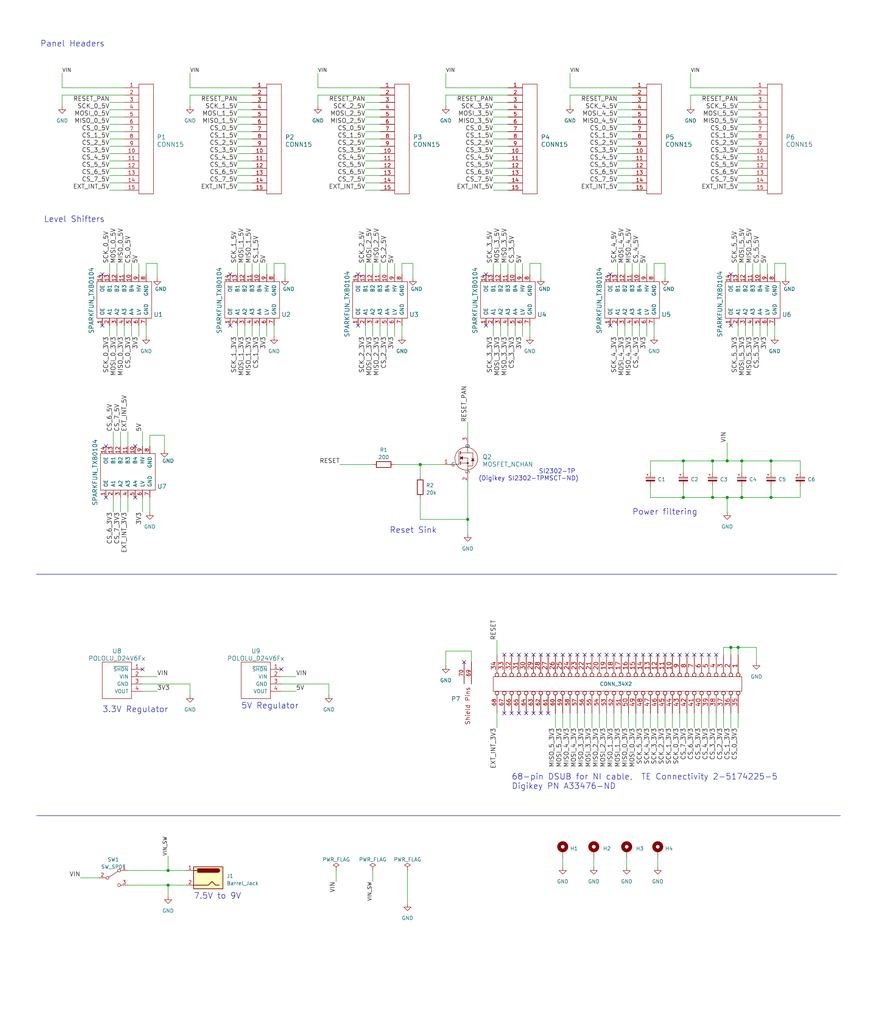
<source format=kicad_sch>
(kicad_sch (version 20230121) (generator eeschema)
  (paper "User" 304.8 355.6)
  (title_block (title "G4 Test Arena National Instruments Connector") (date "07/14/2023") (rev "v0.1") (company "IORodeo"))
  (junction (at 267.97 160.02))
  (junction (at 256.54 224.79))
  (junction (at 252.73 160.02))
  (junction (at 237.49 172.72))
  (junction (at 247.65 160.02))
  (junction (at 146.05 161.29))
  (junction (at 267.97 172.72))
  (junction (at 237.49 160.02))
  (junction (at 257.81 172.72))
  (junction (at 257.81 160.02))
  (junction (at 252.73 172.72))
  (junction (at 254 224.79))
  (junction (at 58.42 302.26))
  (junction (at 58.42 307.34))
  (junction (at 247.65 172.72))
  (junction (at 162.56 180.34))
  (no_connect (at 49.53 232.41))
  (no_connect (at 246.38 227.33))
  (no_connect (at 193.04 227.33))
  (no_connect (at 46.99 172.72))
  (no_connect (at 46.99 154.94))
  (no_connect (at 36.83 172.72))
  (no_connect (at 182.88 247.65))
  (no_connect (at 231.14 227.33))
  (no_connect (at 187.96 247.65))
  (no_connect (at 190.5 247.65))
  (no_connect (at 185.42 247.65))
  (no_connect (at 175.26 227.33))
  (no_connect (at 226.06 227.33))
  (no_connect (at 203.2 227.33))
  (no_connect (at 228.6 227.33))
  (no_connect (at 187.96 227.33))
  (no_connect (at 205.74 227.33))
  (no_connect (at 35.56 113.03))
  (no_connect (at 168.91 113.03))
  (no_connect (at 198.12 227.33))
  (no_connect (at 177.8 247.65))
  (no_connect (at 233.68 227.33))
  (no_connect (at 185.42 227.33))
  (no_connect (at 124.46 113.03))
  (no_connect (at 254 95.25))
  (no_connect (at 248.92 227.33))
  (no_connect (at 80.01 95.25))
  (no_connect (at 212.09 113.03))
  (no_connect (at 218.44 227.33))
  (no_connect (at 168.91 95.25))
  (no_connect (at 180.34 247.65))
  (no_connect (at 80.01 113.03))
  (no_connect (at 243.84 227.33))
  (no_connect (at 180.34 227.33))
  (no_connect (at 177.8 227.33))
  (no_connect (at 210.82 227.33))
  (no_connect (at 175.26 247.65))
  (no_connect (at 215.9 227.33))
  (no_connect (at 190.5 227.33))
  (no_connect (at 213.36 227.33))
  (no_connect (at 200.66 227.33))
  (no_connect (at 236.22 227.33))
  (no_connect (at 223.52 227.33))
  (no_connect (at 254 113.03))
  (no_connect (at 212.09 95.25))
  (no_connect (at 208.28 227.33))
  (no_connect (at 124.46 95.25))
  (no_connect (at 195.58 227.33))
  (no_connect (at 241.3 227.33))
  (no_connect (at 35.56 95.25))
  (no_connect (at 220.98 227.33))
  (no_connect (at 238.76 227.33))
  (no_connect (at 182.88 227.33))
  (no_connect (at 36.83 154.94))
  (no_connect (at 97.79 232.41))
  (no_connect (at 161.29 229.87))
  (wire (pts (xy 82.55 113.03) (xy 82.55 116.84)))
  (wire (pts (xy 66.04 33.02) (xy 87.63 33.02)))
  (wire (pts (xy 257.81 160.02) (xy 257.81 163.83)))
  (polyline (pts (xy 12.7 199.39) (xy 290.83 199.39)))
  (wire (pts (xy 261.62 50.8) (xy 256.54 50.8)))
  (wire (pts (xy 227.33 113.03) (xy 227.33 116.84)))
  (wire (pts (xy 49.53 234.95) (xy 54.61 234.95)))
  (wire (pts (xy 198.12 247.65) (xy 198.12 252.73)))
  (wire (pts (xy 50.8 91.44) (xy 54.61 91.44)))
  (wire (pts (xy 43.18 40.64) (xy 38.1 40.64)))
  (wire (pts (xy 203.2 247.65) (xy 203.2 252.73)))
  (wire (pts (xy 252.73 172.72) (xy 252.73 177.8)))
  (wire (pts (xy 95.25 91.44) (xy 99.06 91.44)))
  (wire (pts (xy 210.82 247.65) (xy 210.82 252.73)))
  (wire (pts (xy 224.79 113.03) (xy 224.79 116.84)))
  (wire (pts (xy 261.62 60.96) (xy 256.54 60.96)))
  (wire (pts (xy 87.63 38.1) (xy 82.55 38.1)))
  (wire (pts (xy 219.71 53.34) (xy 214.63 53.34)))
  (wire (pts (xy 154.94 33.02) (xy 176.53 33.02)))
  (wire (pts (xy 132.08 55.88) (xy 127 55.88)))
  (wire (pts (xy 49.53 240.03) (xy 54.61 240.03)))
  (wire (pts (xy 87.63 43.18) (xy 82.55 43.18)))
  (wire (pts (xy 87.63 50.8) (xy 82.55 50.8)))
  (wire (pts (xy 219.71 45.72) (xy 214.63 45.72)))
  (wire (pts (xy 261.62 38.1) (xy 256.54 38.1)))
  (wire (pts (xy 219.71 55.88) (xy 214.63 55.88)))
  (wire (pts (xy 261.62 43.18) (xy 256.54 43.18)))
  (wire (pts (xy 40.64 113.03) (xy 40.64 116.84)))
  (wire (pts (xy 240.03 33.02) (xy 240.03 36.83)))
  (wire (pts (xy 226.06 160.02) (xy 237.49 160.02)))
  (wire (pts (xy 267.97 160.02) (xy 267.97 163.83)))
  (wire (pts (xy 219.71 58.42) (xy 214.63 58.42)))
  (wire (pts (xy 95.25 91.44) (xy 95.25 95.25)))
  (wire (pts (xy 43.18 66.04) (xy 38.1 66.04)))
  (wire (pts (xy 43.18 45.72) (xy 38.1 45.72)))
  (wire (pts (xy 264.16 95.25) (xy 264.16 91.44)))
  (wire (pts (xy 87.63 58.42) (xy 82.55 58.42)))
  (wire (pts (xy 38.1 113.03) (xy 38.1 116.84)))
  (wire (pts (xy 241.3 247.65) (xy 241.3 252.73)))
  (wire (pts (xy 213.36 247.65) (xy 213.36 252.73)))
  (wire (pts (xy 146.05 180.34) (xy 162.56 180.34)))
  (wire (pts (xy 21.59 25.4) (xy 21.59 30.48)))
  (wire (pts (xy 132.08 48.26) (xy 127 48.26)))
  (wire (pts (xy 176.53 113.03) (xy 176.53 116.84)))
  (wire (pts (xy 219.71 35.56) (xy 214.63 35.56)))
  (wire (pts (xy 137.16 95.25) (xy 137.16 91.44)))
  (wire (pts (xy 240.03 30.48) (xy 261.62 30.48)))
  (wire (pts (xy 176.53 50.8) (xy 171.45 50.8)))
  (wire (pts (xy 139.7 113.03) (xy 139.7 116.84)))
  (wire (pts (xy 43.18 38.1) (xy 38.1 38.1)))
  (wire (pts (xy 198.12 33.02) (xy 198.12 36.83)))
  (wire (pts (xy 97.79 237.49) (xy 114.3 237.49)))
  (wire (pts (xy 87.63 60.96) (xy 82.55 60.96)))
  (wire (pts (xy 261.62 58.42) (xy 256.54 58.42)))
  (wire (pts (xy 97.79 234.95) (xy 102.87 234.95)))
  (wire (pts (xy 154.94 226.06) (xy 154.94 231.14)))
  (wire (pts (xy 261.62 113.03) (xy 261.62 116.84)))
  (wire (pts (xy 176.53 55.88) (xy 171.45 55.88)))
  (wire (pts (xy 66.04 33.02) (xy 66.04 36.83)))
  (wire (pts (xy 43.18 53.34) (xy 38.1 53.34)))
  (wire (pts (xy 257.81 172.72) (xy 267.97 172.72)))
  (wire (pts (xy 237.49 160.02) (xy 247.65 160.02)))
  (wire (pts (xy 266.7 95.25) (xy 266.7 91.44)))
  (wire (pts (xy 256.54 224.79) (xy 256.54 227.33)))
  (wire (pts (xy 43.18 50.8) (xy 38.1 50.8)))
  (wire (pts (xy 127 113.03) (xy 127 116.84)))
  (wire (pts (xy 256.54 224.79) (xy 262.89 224.79)))
  (wire (pts (xy 172.72 227.33) (xy 172.72 222.25)))
  (wire (pts (xy 82.55 95.25) (xy 82.55 91.44)))
  (wire (pts (xy 97.79 240.03) (xy 102.87 240.03)))
  (wire (pts (xy 233.68 247.65) (xy 233.68 252.73)))
  (wire (pts (xy 132.08 53.34) (xy 127 53.34)))
  (wire (pts (xy 43.18 60.96) (xy 38.1 60.96)))
  (wire (pts (xy 21.59 30.48) (xy 43.18 30.48)))
  (wire (pts (xy 208.28 247.65) (xy 208.28 252.73)))
  (wire (pts (xy 217.805 297.815) (xy 217.805 300.99)))
  (wire (pts (xy 129.54 95.25) (xy 129.54 91.44)))
  (wire (pts (xy 195.58 297.815) (xy 195.58 300.99)))
  (wire (pts (xy 205.74 247.65) (xy 205.74 252.73)))
  (wire (pts (xy 49.53 172.72) (xy 49.53 177.8)))
  (wire (pts (xy 110.49 25.4) (xy 110.49 30.48)))
  (wire (pts (xy 173.99 113.03) (xy 173.99 116.84)))
  (wire (pts (xy 110.49 30.48) (xy 132.08 30.48)))
  (wire (pts (xy 90.17 113.03) (xy 90.17 116.84)))
  (wire (pts (xy 226.06 247.65) (xy 226.06 252.73)))
  (wire (pts (xy 43.18 35.56) (xy 38.1 35.56)))
  (wire (pts (xy 43.18 48.26) (xy 38.1 48.26)))
  (wire (pts (xy 262.89 224.79) (xy 262.89 229.87)))
  (wire (pts (xy 218.44 247.65) (xy 218.44 252.73)))
  (wire (pts (xy 57.15 151.13) (xy 57.15 156.21)))
  (wire (pts (xy 256.54 113.03) (xy 256.54 116.84)))
  (wire (pts (xy 247.65 160.02) (xy 247.65 163.83)))
  (wire (pts (xy 66.04 30.48) (xy 87.63 30.48)))
  (wire (pts (xy 254 247.65) (xy 254 252.73)))
  (wire (pts (xy 254 224.79) (xy 254 227.33)))
  (wire (pts (xy 43.18 63.5) (xy 38.1 63.5)))
  (wire (pts (xy 198.12 25.4) (xy 198.12 30.48)))
  (wire (pts (xy 85.09 113.03) (xy 85.09 116.84)))
  (wire (pts (xy 257.81 160.02) (xy 267.97 160.02)))
  (wire (pts (xy 176.53 95.25) (xy 176.53 91.44)))
  (wire (pts (xy 264.16 113.03) (xy 264.16 116.84)))
  (wire (pts (xy 179.07 95.25) (xy 179.07 91.44)))
  (wire (pts (xy 193.04 247.65) (xy 193.04 252.73)))
  (wire (pts (xy 137.16 113.03) (xy 137.16 116.84)))
  (wire (pts (xy 66.04 25.4) (xy 66.04 30.48)))
  (wire (pts (xy 176.53 48.26) (xy 171.45 48.26)))
  (wire (pts (xy 223.52 247.65) (xy 223.52 252.73)))
  (wire (pts (xy 87.63 95.25) (xy 87.63 91.44)))
  (wire (pts (xy 226.06 168.91) (xy 226.06 172.72)))
  (wire (pts (xy 181.61 95.25) (xy 181.61 91.44)))
  (wire (pts (xy 267.97 172.72) (xy 267.97 168.91)))
  (wire (pts (xy 219.71 38.1) (xy 214.63 38.1)))
  (wire (pts (xy 44.45 154.94) (xy 44.45 149.86)))
  (wire (pts (xy 141.605 302.26) (xy 141.605 313.69)))
  (wire (pts (xy 251.46 227.33) (xy 251.46 224.79)))
  (wire (pts (xy 171.45 53.34) (xy 176.53 53.34)))
  (wire (pts (xy 87.63 40.64) (xy 82.55 40.64)))
  (wire (pts (xy 269.24 113.03) (xy 269.24 116.84)))
  (wire (pts (xy 247.65 160.02) (xy 252.73 160.02)))
  (wire (pts (xy 95.25 113.03) (xy 95.25 116.84)))
  (wire (pts (xy 248.92 247.65) (xy 248.92 252.73)))
  (wire (pts (xy 132.08 50.8) (xy 127 50.8)))
  (wire (pts (xy 214.63 113.03) (xy 214.63 116.84)))
  (wire (pts (xy 206.375 297.815) (xy 206.375 300.99)))
  (wire (pts (xy 58.42 307.34) (xy 58.42 311.15)))
  (wire (pts (xy 52.07 172.72) (xy 52.07 177.8)))
  (wire (pts (xy 278.13 160.02) (xy 278.13 163.83)))
  (wire (pts (xy 252.73 172.72) (xy 257.81 172.72)))
  (wire (pts (xy 261.62 95.25) (xy 261.62 91.44)))
  (wire (pts (xy 256.54 95.25) (xy 256.54 91.44)))
  (wire (pts (xy 154.94 25.4) (xy 154.94 30.48)))
  (wire (pts (xy 132.08 38.1) (xy 127 38.1)))
  (wire (pts (xy 176.53 38.1) (xy 171.45 38.1)))
  (wire (pts (xy 45.72 113.03) (xy 45.72 116.84)))
  (wire (pts (xy 176.53 35.56) (xy 171.45 35.56)))
  (wire (pts (xy 176.53 40.64) (xy 171.45 40.64)))
  (wire (pts (xy 228.6 247.65) (xy 228.6 252.73)))
  (wire (pts (xy 226.06 163.83) (xy 226.06 160.02)))
  (wire (pts (xy 257.81 172.72) (xy 257.81 168.91)))
  (wire (pts (xy 48.26 113.03) (xy 48.26 116.84)))
  (wire (pts (xy 39.37 172.72) (xy 39.37 177.8)))
  (wire (pts (xy 252.73 153.67) (xy 252.73 160.02)))
  (wire (pts (xy 132.08 66.04) (xy 127 66.04)))
  (wire (pts (xy 261.62 35.56) (xy 256.54 35.56)))
  (wire (pts (xy 50.8 91.44) (xy 50.8 95.25)))
  (wire (pts (xy 173.99 95.25) (xy 173.99 91.44)))
  (wire (pts (xy 21.59 33.02) (xy 21.59 36.83)))
  (wire (pts (xy 231.14 247.65) (xy 231.14 252.73)))
  (wire (pts (xy 132.08 95.25) (xy 132.08 91.44)))
  (wire (pts (xy 278.13 168.91) (xy 278.13 172.72)))
  (wire (pts (xy 228.6 297.815) (xy 228.6 300.99)))
  (wire (pts (xy 171.45 113.03) (xy 171.45 116.84)))
  (wire (pts (xy 261.62 63.5) (xy 256.54 63.5)))
  (wire (pts (xy 118.11 161.29) (xy 129.54 161.29)))
  (wire (pts (xy 132.08 40.64) (xy 127 40.64)))
  (wire (pts (xy 50.8 113.03) (xy 50.8 116.84)))
  (wire (pts (xy 222.25 113.03) (xy 222.25 116.84)))
  (wire (pts (xy 252.73 160.02) (xy 257.81 160.02)))
  (wire (pts (xy 179.07 113.03) (xy 179.07 116.84)))
  (wire (pts (xy 132.08 45.72) (xy 127 45.72)))
  (wire (pts (xy 58.42 307.34) (xy 64.77 307.34)))
  (wire (pts (xy 44.45 302.26) (xy 58.42 302.26)))
  (wire (pts (xy 43.18 55.88) (xy 38.1 55.88)))
  (wire (pts (xy 200.66 247.65) (xy 200.66 252.73)))
  (wire (pts (xy 43.18 43.18) (xy 38.1 43.18)))
  (wire (pts (xy 44.45 172.72) (xy 44.45 177.8)))
  (wire (pts (xy 34.29 304.8) (xy 27.94 304.8)))
  (wire (pts (xy 87.63 63.5) (xy 82.55 63.5)))
  (wire (pts (xy 154.94 30.48) (xy 176.53 30.48)))
  (wire (pts (xy 58.42 302.26) (xy 64.77 302.26)))
  (wire (pts (xy 132.08 113.03) (xy 132.08 116.84)))
  (wire (pts (xy 110.49 33.02) (xy 110.49 36.83)))
  (wire (pts (xy 261.62 45.72) (xy 256.54 45.72)))
  (wire (pts (xy 139.7 91.44) (xy 139.7 95.25)))
  (wire (pts (xy 184.15 91.44) (xy 187.96 91.44)))
  (wire (pts (xy 87.63 53.34) (xy 82.55 53.34)))
  (wire (pts (xy 129.54 302.26) (xy 129.54 306.07)))
  (wire (pts (xy 217.17 113.03) (xy 217.17 116.84)))
  (wire (pts (xy 219.71 40.64) (xy 214.63 40.64)))
  (wire (pts (xy 254 224.79) (xy 256.54 224.79)))
  (wire (pts (xy 261.62 48.26) (xy 256.54 48.26)))
  (wire (pts (xy 256.54 247.65) (xy 256.54 252.73)))
  (wire (pts (xy 92.71 113.03) (xy 92.71 116.84)))
  (wire (pts (xy 226.06 172.72) (xy 237.49 172.72)))
  (wire (pts (xy 176.53 60.96) (xy 171.45 60.96)))
  (wire (pts (xy 246.38 247.65) (xy 246.38 252.73)))
  (wire (pts (xy 251.46 247.65) (xy 251.46 252.73)))
  (wire (pts (xy 243.84 247.65) (xy 243.84 252.73)))
  (wire (pts (xy 219.71 48.26) (xy 214.63 48.26)))
  (wire (pts (xy 176.53 63.5) (xy 171.45 63.5)))
  (wire (pts (xy 219.71 63.5) (xy 214.63 63.5)))
  (wire (pts (xy 198.12 33.02) (xy 219.71 33.02)))
  (wire (pts (xy 184.15 91.44) (xy 184.15 95.25)))
  (wire (pts (xy 261.62 40.64) (xy 256.54 40.64)))
  (wire (pts (xy 85.09 95.25) (xy 85.09 91.44)))
  (wire (pts (xy 41.91 154.94) (xy 41.91 149.86)))
  (wire (pts (xy 219.71 60.96) (xy 214.63 60.96)))
  (wire (pts (xy 215.9 247.65) (xy 215.9 252.73)))
  (wire (pts (xy 87.63 55.88) (xy 82.55 55.88)))
  (wire (pts (xy 116.84 302.26) (xy 116.84 306.07)))
  (wire (pts (xy 181.61 113.03) (xy 181.61 116.84)))
  (wire (pts (xy 134.62 95.25) (xy 134.62 91.44)))
  (wire (pts (xy 195.58 247.65) (xy 195.58 252.73)))
  (wire (pts (xy 219.71 113.03) (xy 219.71 116.84)))
  (wire (pts (xy 220.98 247.65) (xy 220.98 252.73)))
  (wire (pts (xy 49.53 154.94) (xy 49.53 149.86)))
  (wire (pts (xy 58.42 302.26) (xy 58.42 297.18)))
  (wire (pts (xy 163.83 226.06) (xy 163.83 229.87)))
  (polyline (pts (xy 12.7 283.21) (xy 292.1 283.21)))
  (wire (pts (xy 184.15 113.03) (xy 184.15 116.84)))
  (wire (pts (xy 41.91 172.72) (xy 41.91 177.8)))
  (wire (pts (xy 21.59 33.02) (xy 43.18 33.02)))
  (wire (pts (xy 87.63 35.56) (xy 82.55 35.56)))
  (wire (pts (xy 129.54 113.03) (xy 129.54 116.84)))
  (wire (pts (xy 114.3 237.49) (xy 114.3 241.3)))
  (wire (pts (xy 219.71 66.04) (xy 214.63 66.04)))
  (wire (pts (xy 137.16 161.29) (xy 146.05 161.29)))
  (wire (pts (xy 269.24 91.44) (xy 269.24 95.25)))
  (wire (pts (xy 49.53 237.49) (xy 66.04 237.49)))
  (wire (pts (xy 278.13 172.72) (xy 267.97 172.72)))
  (wire (pts (xy 132.08 43.18) (xy 127 43.18)))
  (wire (pts (xy 48.26 95.25) (xy 48.26 91.44)))
  (wire (pts (xy 99.06 91.44) (xy 99.06 96.52)))
  (wire (pts (xy 227.33 91.44) (xy 231.14 91.44)))
  (wire (pts (xy 45.72 95.25) (xy 45.72 91.44)))
  (wire (pts (xy 132.08 63.5) (xy 127 63.5)))
  (wire (pts (xy 219.71 95.25) (xy 219.71 91.44)))
  (wire (pts (xy 162.56 180.34) (xy 162.56 185.42)))
  (wire (pts (xy 261.62 66.04) (xy 256.54 66.04)))
  (wire (pts (xy 224.79 95.25) (xy 224.79 91.44)))
  (wire (pts (xy 187.96 91.44) (xy 187.96 96.52)))
  (wire (pts (xy 90.17 95.25) (xy 90.17 91.44)))
  (wire (pts (xy 176.53 45.72) (xy 171.45 45.72)))
  (wire (pts (xy 54.61 91.44) (xy 54.61 96.52)))
  (wire (pts (xy 176.53 58.42) (xy 171.45 58.42)))
  (wire (pts (xy 266.7 113.03) (xy 266.7 116.84)))
  (wire (pts (xy 134.62 113.03) (xy 134.62 116.84)))
  (wire (pts (xy 240.03 25.4) (xy 240.03 30.48)))
  (wire (pts (xy 237.49 160.02) (xy 237.49 163.83)))
  (wire (pts (xy 52.07 151.13) (xy 57.15 151.13)))
  (wire (pts (xy 43.18 58.42) (xy 38.1 58.42)))
  (wire (pts (xy 261.62 53.34) (xy 256.54 53.34)))
  (wire (pts (xy 231.14 91.44) (xy 231.14 96.52)))
  (wire (pts (xy 222.25 95.25) (xy 222.25 91.44)))
  (wire (pts (xy 171.45 43.18) (xy 176.53 43.18)))
  (wire (pts (xy 251.46 224.79) (xy 254 224.79)))
  (wire (pts (xy 110.49 33.02) (xy 132.08 33.02)))
  (wire (pts (xy 247.65 172.72) (xy 252.73 172.72)))
  (wire (pts (xy 259.08 95.25) (xy 259.08 91.44)))
  (wire (pts (xy 87.63 45.72) (xy 82.55 45.72)))
  (wire (pts (xy 247.65 168.91) (xy 247.65 172.72)))
  (wire (pts (xy 38.1 95.25) (xy 38.1 91.44)))
  (wire (pts (xy 146.05 161.29) (xy 146.05 165.354)))
  (wire (pts (xy 261.62 55.88) (xy 256.54 55.88)))
  (wire (pts (xy 40.64 95.25) (xy 40.64 91.44)))
  (wire (pts (xy 92.71 95.25) (xy 92.71 91.44)))
  (wire (pts (xy 219.71 43.18) (xy 214.63 43.18)))
  (wire (pts (xy 87.63 48.26) (xy 82.55 48.26)))
  (wire (pts (xy 176.53 66.04) (xy 171.45 66.04)))
  (wire (pts (xy 238.76 247.65) (xy 238.76 252.73)))
  (wire (pts (xy 237.49 172.72) (xy 247.65 172.72)))
  (wire (pts (xy 132.08 60.96) (xy 127 60.96)))
  (wire (pts (xy 43.18 113.03) (xy 43.18 116.84)))
  (wire (pts (xy 269.24 91.44) (xy 273.05 91.44)))
  (wire (pts (xy 132.08 58.42) (xy 127 58.42)))
  (wire (pts (xy 259.08 113.03) (xy 259.08 116.84)))
  (wire (pts (xy 87.63 66.04) (xy 82.55 66.04)))
  (wire (pts (xy 139.7 91.44) (xy 143.51 91.44)))
  (wire (pts (xy 198.12 30.48) (xy 219.71 30.48)))
  (wire (pts (xy 154.94 33.02) (xy 154.94 36.83)))
  (wire (pts (xy 39.37 154.94) (xy 39.37 149.86)))
  (wire (pts (xy 171.45 95.25) (xy 171.45 91.44)))
  (wire (pts (xy 43.18 95.25) (xy 43.18 91.44)))
  (wire (pts (xy 217.17 95.25) (xy 217.17 91.44)))
  (wire (pts (xy 219.71 50.8) (xy 214.63 50.8)))
  (wire (pts (xy 146.05 172.974) (xy 146.05 180.34)))
  (wire (pts (xy 214.63 95.25) (xy 214.63 91.44)))
  (wire (pts (xy 154.94 226.06) (xy 163.83 226.06)))
  (wire (pts (xy 146.05 161.29) (xy 154.432 161.29)))
  (wire (pts (xy 240.03 33.02) (xy 261.62 33.02)))
  (wire (pts (xy 172.72 247.65) (xy 172.72 252.73)))
  (wire (pts (xy 127 95.25) (xy 127 91.44)))
  (wire (pts (xy 237.49 172.72) (xy 237.49 168.91)))
  (wire (pts (xy 87.63 113.03) (xy 87.63 116.84)))
  (wire (pts (xy 52.07 154.94) (xy 52.07 151.13)))
  (wire (pts (xy 162.56 166.878) (xy 162.56 180.34)))
  (wire (pts (xy 162.56 151.765) (xy 162.56 146.558)))
  (wire (pts (xy 143.51 91.44) (xy 143.51 96.52)))
  (wire (pts (xy 236.22 247.65) (xy 236.22 252.73)))
  (wire (pts (xy 66.04 237.49) (xy 66.04 241.3)))
  (wire (pts (xy 132.08 35.56) (xy 127 35.56)))
  (wire (pts (xy 44.45 307.34) (xy 58.42 307.34)))
  (wire (pts (xy 273.05 91.44) (xy 273.05 96.52)))
  (wire (pts (xy 267.97 160.02) (xy 278.13 160.02)))
  (wire (pts (xy 227.33 91.44) (xy 227.33 95.25)))
  (text "SI2302-TP \n(Digikey SI2302-TPMSCT-ND)" (at 201.168 167.132 0) (effects (font (size 1.524 1.524)) (justify right bottom)))
  (text "5V Regulator" (at 83.82 246.38 0) (effects (font (size 2.032 2.032)) (justify left bottom)))
  (text "Level Shifters" (at 15.24 77.47 0) (effects (font (size 2.032 2.032)) (justify left bottom)))
  (text "Panel Headers" (at 13.97 16.51 0) (effects (font (size 2.032 2.032)) (justify left bottom)))
  (text "Power filtering\n" (at 219.71 179.07 0) (effects (font (size 2.032 2.032)) (justify left bottom)))
  (text "7.5V to 9V" (at 67.31 312.42 0) (effects (font (size 2.032 2.032)) (justify left bottom)))
  (text "Reset Sink" (at 135.382 185.42 0) (effects (font (size 2.032 2.032)) (justify left bottom)))
  (text "68-pin DSUB for NI cable,  TE Connectivity 2-5174225-5\nDigikey PN A33476-ND" (at 177.8 274.32 0) (effects (font (size 2.032 2.032)) (justify left bottom)))
  (text "3.3V Regulator" (at 35.56 247.65 0) (effects (font (size 2.032 2.032)) (justify left bottom)))
  (label "RESET_PAN" (at 127 35.56 180) (effects (font (size 1.524 1.524))))
  (label "MOSI_0_3V3" (at 220.98 252.73 270) (effects (font (size 1.524 1.524))))
  (label "MOSI_4_3V3" (at 200.66 252.73 270) (effects (font (size 1.524 1.524))))
  (label "CS_5_5V" (at 82.55 58.42 180) (effects (font (size 1.524 1.524))))
  (label "CS_0_5V" (at 256.54 45.72 180) (effects (font (size 1.524 1.524))))
  (label "CS_1_3V3" (at 254 252.73 270) (effects (font (size 1.524 1.524))))
  (label "CS_6_3V3" (at 39.37 177.8 270) (effects (font (size 1.524 1.524))))
  (label "CS_6_5V" (at 256.54 60.96 180) (effects (font (size 1.524 1.524))))
  (label "CS_2_5V" (at 171.45 50.8 180) (effects (font (size 1.524 1.524))))
  (label "SCK_3_3V3" (at 228.6 252.73 270) (effects (font (size 1.524 1.524))))
  (label "CS_2_3V3" (at 134.62 116.84 270) (effects (font (size 1.524 1.524))))
  (label "MISO_4_5V" (at 219.71 91.44 90) (effects (font (size 1.524 1.524))))
  (label "SCK_2_3V3" (at 231.14 252.73 270) (effects (font (size 1.524 1.524))))
  (label "CS_0_5V" (at 127 45.72 180) (effects (font (size 1.524 1.524))))
  (label "CS_3_3V3" (at 179.07 116.84 270) (effects (font (size 1.524 1.524))))
  (label "SCK_1_3V3" (at 82.55 116.84 270) (effects (font (size 1.524 1.524))))
  (label "CS_0_3V3" (at 45.72 116.84 270) (effects (font (size 1.524 1.524))))
  (label "EXT_INT_5V" (at 38.1 66.04 180) (effects (font (size 1.524 1.524))))
  (label "MISO_3_5V" (at 176.53 91.44 90) (effects (font (size 1.524 1.524))))
  (label "MOSI_4_5V" (at 214.63 40.64 180) (effects (font (size 1.524 1.524))))
  (label "MOSI_3_5V" (at 171.45 40.64 180) (effects (font (size 1.524 1.524))))
  (label "MISO_3_5V" (at 171.45 43.18 180) (effects (font (size 1.524 1.524))))
  (label "5V" (at 224.79 91.44 90) (effects (font (size 1.524 1.524))))
  (label "5V" (at 266.7 91.44 90) (effects (font (size 1.524 1.524))))
  (label "RESET" (at 118.11 161.29 180) (effects (font (size 1.524 1.524))))
  (label "SCK_4_3V3" (at 214.63 116.84 270) (effects (font (size 1.524 1.524))))
  (label "MOSI_2_5V" (at 129.54 91.44 90) (effects (font (size 1.524 1.524))))
  (label "CS_4_5V" (at 222.25 91.44 90) (effects (font (size 1.524 1.524))))
  (label "CS_3_5V" (at 82.55 53.34 180) (effects (font (size 1.524 1.524))))
  (label "CS_3_5V" (at 127 53.34 180) (effects (font (size 1.524 1.524))))
  (label "MISO_4_5V" (at 214.63 43.18 180) (effects (font (size 1.524 1.524))))
  (label "CS_7_5V" (at 41.91 149.86 90) (effects (font (size 1.524 1.524))))
  (label "MOSI_3_3V3" (at 205.74 252.73 270) (effects (font (size 1.524 1.524))))
  (label "CS_2_5V" (at 127 50.8 180) (effects (font (size 1.524 1.524))))
  (label "SCK_0_3V3" (at 38.1 116.84 270) (effects (font (size 1.524 1.524))))
  (label "MISO_1_5V" (at 82.55 43.18 180) (effects (font (size 1.524 1.524))))
  (label "MISO_5_5V" (at 256.54 43.18 180) (effects (font (size 1.524 1.524))))
  (label "CS_0_5V" (at 45.72 91.44 90) (effects (font (size 1.524 1.524))))
  (label "VIN" (at 54.61 234.95 0) (effects (font (size 1.524 1.524))))
  (label "3V3" (at 48.26 116.84 270) (effects (font (size 1.524 1.524))))
  (label "3V3" (at 266.7 116.84 270) (effects (font (size 1.524 1.524))))
  (label "3V3" (at 92.71 116.84 270) (effects (font (size 1.524 1.524))))
  (label "SCK_1_5V" (at 82.55 38.1 180) (effects (font (size 1.524 1.524))))
  (label "VIN" (at 27.94 304.8 180) (effects (font (size 1.524 1.524))))
  (label "RESET_PAN" (at 162.56 146.558 90) (effects (font (size 1.524 1.524))))
  (label "EXT_INT_5V" (at 214.63 66.04 180) (effects (font (size 1.524 1.524))))
  (label "MOSI_1_5V" (at 85.09 91.44 90) (effects (font (size 1.524 1.524))))
  (label "CS_7_3V3" (at 41.91 177.8 270) (effects (font (size 1.524 1.524))))
  (label "SCK_0_5V" (at 38.1 38.1 180) (effects (font (size 1.524 1.524))))
  (label "MOSI_2_3V3" (at 210.82 252.73 270) (effects (font (size 1.524 1.524))))
  (label "CS_0_5V" (at 171.45 45.72 180) (effects (font (size 1.524 1.524))))
  (label "SCK_2_5V" (at 127 38.1 180) (effects (font (size 1.524 1.524))))
  (label "CS_6_5V" (at 127 60.96 180) (effects (font (size 1.524 1.524))))
  (label "RESET" (at 172.72 222.25 90) (effects (font (size 1.524 1.524))))
  (label "MOSI_3_5V" (at 173.99 91.44 90) (effects (font (size 1.524 1.524))))
  (label "CS_2_5V" (at 256.54 50.8 180) (effects (font (size 1.524 1.524))))
  (label "SCK_1_5V" (at 82.55 91.44 90) (effects (font (size 1.524 1.524))))
  (label "MOSI_1_5V" (at 82.55 40.64 180) (effects (font (size 1.524 1.524))))
  (label "CS_0_5V" (at 82.55 45.72 180) (effects (font (size 1.524 1.524))))
  (label "5V" (at 92.71 91.44 90) (effects (font (size 1.524 1.524))))
  (label "CS_6_5V" (at 214.63 60.96 180) (effects (font (size 1.524 1.524))))
  (label "CS_3_5V" (at 171.45 53.34 180) (effects (font (size 1.524 1.524))))
  (label "MOSI_0_3V3" (at 40.64 116.84 270) (effects (font (size 1.524 1.524))))
  (label "CS_1_3V3" (at 90.17 116.84 270) (effects (font (size 1.524 1.524))))
  (label "CS_6_5V" (at 171.45 60.96 180) (effects (font (size 1.524 1.524))))
  (label "CS_7_5V" (at 127 63.5 180) (effects (font (size 1.524 1.524))))
  (label "CS_1_5V" (at 256.54 48.26 180) (effects (font (size 1.524 1.524))))
  (label "VIN" (at 198.12 25.4 0))
  (label "SCK_4_3V3" (at 226.06 252.73 270) (effects (font (size 1.524 1.524))))
  (label "MISO_0_5V" (at 43.18 91.44 90) (effects (font (size 1.524 1.524))))
  (label "RESET_PAN" (at 38.1 35.56 180) (effects (font (size 1.524 1.524))))
  (label "MISO_2_3V3" (at 208.28 252.73 270) (effects (font (size 1.524 1.524))))
  (label "MISO_3_3V3" (at 176.53 116.84 270) (effects (font (size 1.524 1.524))))
  (label "SCK_5_3V3" (at 256.54 116.84 270) (effects (font (size 1.524 1.524))))
  (label "MOSI_2_3V3" (at 129.54 116.84 270) (effects (font (size 1.524 1.524))))
  (label "MOSI_1_3V3" (at 215.9 252.73 270) (effects (font (size 1.524 1.524))))
  (label "MISO_0_5V" (at 38.1 43.18 180) (effects (font (size 1.524 1.524))))
  (label "EXT_INT_3V3" (at 172.72 252.73 270) (effects (font (size 1.524 1.524))))
  (label "SCK_4_5V" (at 214.63 38.1 180) (effects (font (size 1.524 1.524))))
  (label "5V" (at 48.26 91.44 90) (effects (font (size 1.524 1.524))))
  (label "RESET_PAN" (at 82.55 35.56 180) (effects (font (size 1.524 1.524))))
  (label "MOSI_5_3V3" (at 259.08 116.84 270) (effects (font (size 1.524 1.524))))
  (label "EXT_INT_5V" (at 82.55 66.04 180) (effects (font (size 1.524 1.524))))
  (label "CS_4_5V" (at 127 55.88 180) (effects (font (size 1.524 1.524))))
  (label "SCK_1_3V3" (at 233.68 252.73 270) (effects (font (size 1.524 1.524))))
  (label "MISO_4_3V3" (at 219.71 116.84 270) (effects (font (size 1.524 1.524))))
  (label "CS_3_3V3" (at 248.92 252.73 270) (effects (font (size 1.524 1.524))))
  (label "CS_6_3V3" (at 241.3 252.73 270) (effects (font (size 1.524 1.524))))
  (label "CS_4_5V" (at 38.1 55.88 180) (effects (font (size 1.524 1.524))))
  (label "CS_4_5V" (at 82.55 55.88 180) (effects (font (size 1.524 1.524))))
  (label "SCK_0_5V" (at 38.1 91.44 90) (effects (font (size 1.524 1.524))))
  (label "CS_5_5V" (at 214.63 58.42 180) (effects (font (size 1.524 1.524))))
  (label "CS_4_5V" (at 214.63 55.88 180) (effects (font (size 1.524 1.524))))
  (label "SCK_5_5V" (at 256.54 91.44 90) (effects (font (size 1.524 1.524))))
  (label "CS_2_5V" (at 134.62 91.44 90) (effects (font (size 1.524 1.524))))
  (label "SCK_5_3V3" (at 223.52 252.73 270) (effects (font (size 1.524 1.524))))
  (label "5V" (at 181.61 91.44 90) (effects (font (size 1.524 1.524))))
  (label "CS_1_5V" (at 38.1 48.26 180) (effects (font (size 1.524 1.524))))
  (label "VIN" (at 21.59 25.4 0))
  (label "CS_0_3V3" (at 256.54 252.73 270) (effects (font (size 1.524 1.524))))
  (label "SCK_2_3V3" (at 127 116.84 270) (effects (font (size 1.524 1.524))))
  (label "CS_4_3V3" (at 222.25 116.84 270) (effects (font (size 1.524 1.524))))
  (label "CS_1_5V" (at 127 48.26 180) (effects (font (size 1.524 1.524))))
  (label "CS_1_5V" (at 90.17 91.44 90) (effects (font (size 1.524 1.524))))
  (label "CS_0_5V" (at 214.63 45.72 180) (effects (font (size 1.524 1.524))))
  (label "CS_5_5V" (at 256.54 58.42 180) (effects (font (size 1.524 1.524))))
  (label "5V" (at 102.87 240.03 0) (effects (font (size 1.524 1.524))))
  (label "3V3" (at 137.16 116.84 270) (effects (font (size 1.524 1.524))))
  (label "MISO_5_5V" (at 261.62 91.44 90) (effects (font (size 1.524 1.524))))
  (label "CS_1_5V" (at 214.63 48.26 180) (effects (font (size 1.524 1.524))))
  (label "CS_3_5V" (at 38.1 53.34 180) (effects (font (size 1.524 1.524))))
  (label "MOSI_5_3V3" (at 195.58 252.73 270) (effects (font (size 1.524 1.524))))
  (label "VIN" (at 240.03 25.4 0))
  (label "SCK_3_5V" (at 171.45 91.44 90) (effects (font (size 1.524 1.524))))
  (label "MISO_1_5V" (at 87.63 91.44 90) (effects (font (size 1.524 1.524))))
  (label "CS_7_5V" (at 214.63 63.5 180) (effects (font (size 1.524 1.524))))
  (label "MISO_0_3V3" (at 218.44 252.73 270) (effects (font (size 1.524 1.524))))
  (label "MOSI_1_3V3" (at 85.09 116.84 270) (effects (font (size 1.524 1.524))))
  (label "SCK_0_3V3" (at 236.22 252.73 270) (effects (font (size 1.524 1.524))))
  (label "CS_7_5V" (at 82.55 63.5 180) (effects (font (size 1.524 1.524))))
  (label "MISO_1_3V3" (at 213.36 252.73 270) (effects (font (size 1.524 1.524))))
  (label "CS_5_5V" (at 38.1 58.42 180) (effects (font (size 1.524 1.524))))
  (label "CS_2_5V" (at 82.55 50.8 180) (effects (font (size 1.524 1.524))))
  (label "CS_7_5V" (at 171.45 63.5 180) (effects (font (size 1.524 1.524))))
  (label "SCK_4_5V" (at 214.63 91.44 90) (effects (font (size 1.524 1.524))))
  (label "RESET_PAN" (at 171.45 35.56 180) (effects (font (size 1.524 1.524))))
  (label "3V3" (at 54.61 240.03 0) (effects (font (size 1.524 1.524))))
  (label "CS_3_5V" (at 214.63 53.34 180) (effects (font (size 1.524 1.524))))
  (label "3V3" (at 49.53 177.8 270) (effects (font (size 1.524 1.524))))
  (label "VIN" (at 110.49 25.4 0))
  (label "CS_2_5V" (at 214.63 50.8 180) (effects (font (size 1.524 1.524))))
  (label "3V3" (at 224.79 116.84 270) (effects (font (size 1.524 1.524))))
  (label "5V" (at 137.16 91.44 90) (effects (font (size 1.524 1.524))))
  (label "CS_3_5V" (at 256.54 53.34 180) (effects (font (size 1.524 1.524))))
  (label "MOSI_5_5V" (at 256.54 40.64 180) (effects (font (size 1.524 1.524))))
  (label "MOSI_4_5V" (at 217.17 91.44 90) (effects (font (size 1.524 1.524))))
  (label "MISO_3_3V3" (at 203.2 252.73 270) (effects (font (size 1.524 1.524))))
  (label "CS_5_3V3" (at 243.84 252.73 270) (effects (font (size 1.524 1.524))))
  (label "MOSI_0_5V" (at 40.64 91.44 90) (effects (font (size 1.524 1.524))))
  (label "CS_7_5V" (at 38.1 63.5 180) (effects (font (size 1.524 1.524))))
  (label "MOSI_3_3V3" (at 173.99 116.84 270) (effects (font (size 1.524 1.524))))
  (label "MISO_2_5V" (at 132.08 91.44 90) (effects (font (size 1.524 1.524))))
  (label "MOSI_5_5V" (at 259.08 91.44 90) (effects (font (size 1.524 1.524))))
  (label "MISO_5_3V3" (at 261.62 116.84 270) (effects (font (size 1.524 1.524))))
  (label "RESET_PAN" (at 214.63 35.56 180) (effects (font (size 1.524 1.524))))
  (label "VIN_SW" (at 129.54 306.07 270))
  (label "CS_6_5V" (at 82.55 60.96 180) (effects (font (size 1.524 1.524))))
  (label "CS_4_3V3" (at 246.38 252.73 270) (effects (font (size 1.524 1.524))))
  (label "SCK_3_3V3" (at 171.45 116.84 270) (effects (font (size 1.524 1.524))))
  (label "VIN" (at 252.73 153.67 90) (effects (font (size 1.524 1.524))))
  (label "MISO_1_3V3" (at 87.63 116.84 270) (effects (font (size 1.524 1.524))))
  (label "CS_4_5V" (at 171.45 55.88 180) (effects (font (size 1.524 1.524))))
  (label "VIN" (at 102.87 234.95 0) (effects (font (size 1.524 1.524))))
  (label "CS_6_5V" (at 39.37 149.86 90) (effects (font (size 1.524 1.524))))
  (label "CS_5_3V3" (at 264.16 116.84 270) (effects (font (size 1.524 1.524))))
  (label "CS_0_5V" (at 38.1 45.72 180) (effects (font (size 1.524 1.524))))
  (label "MISO_2_5V" (at 127 43.18 180) (effects (font (size 1.524 1.524))))
  (label "5V" (at 49.53 149.86 90) (effects (font (size 1.524 1.524))))
  (label "EXT_INT_5V" (at 256.54 66.04 180) (effects (font (size 1.524 1.524))))
  (label "MOSI_4_3V3" (at 217.17 116.84 270) (effects (font (size 1.524 1.524))))
  (label "CS_2_5V" (at 38.1 50.8 180) (effects (font (size 1.524 1.524))))
  (label "EXT_INT_5V" (at 127 66.04 180) (effects (font (size 1.524 1.524))))
  (label "VIN" (at 66.04 25.4 0))
  (label "CS_5_5V" (at 127 58.42 180) (effects (font (size 1.524 1.524))))
  (label "VIN" (at 116.84 306.07 270) (effects (font (size 1.524 1.524))))
  (label "EXT_INT_5V" (at 44.45 149.86 90) (effects (font (size 1.524 1.524))))
  (label "CS_5_5V" (at 171.45 58.42 180) (effects (font (size 1.524 1.524))))
  (label "CS_7_5V" (at 256.54 63.5 180) (effects (font (size 1.524 1.524))))
  (label "CS_2_3V3" (at 251.46 252.73 270) (effects (font (size 1.524 1.524))))
  (label "3V3" (at 181.61 116.84 270) (effects (font (size 1.524 1.524))))
  (label "MISO_5_3V3" (at 193.04 252.73 270) (effects (font (size 1.524 1.524))))
  (label "MISO_2_3V3" (at 132.08 116.84 270) (effects (font (size 1.524 1.524))))
  (label "CS_1_5V" (at 82.55 48.26 180) (effects (font (size 1.524 1.524))))
  (label "EXT_INT_5V" (at 171.45 66.04 180) (effects (font (size 1.524 1.524))))
  (label "CS_7_3V3" (at 238.76 252.73 270) (effects (font (size 1.524 1.524))))
  (label "EXT_INT_3V3" (at 44.45 177.8 270) (effects (font (size 1.524 1.524))))
  (label "CS_1_5V" (at 171.45 48.26 180) (effects (font (size 1.524 1.524))))
  (label "SCK_5_5V" (at 256.54 38.1 180) (effects (font (size 1.524 1.524))))
  (label "CS_5_5V" (at 264.16 91.44 90) (effects (font (size 1.524 1.524))))
  (label "RESET_PAN" (at 256.54 35.56 180) (effects (font (size 1.524 1.524))))
  (label "SCK_3_5V" (at 171.45 38.1 180) (effects (font (size 1.524 1.524))))
  (label "MOSI_0_5V" (at 38.1 40.64 180) (effects (font (size 1.524 1.524))))
  (label "CS_3_5V" (at 179.07 91.44 90) (effects (font (size 1.524 1.524))))
  (label "VIN" (at 154.94 25.4 0))
  (label "VIN_SW" (at 58.42 297.18 90))
  (label "MOSI_2_5V" (at 127 40.64 180) (effects (font (size 1.524 1.524))))
  (label "MISO_4_3V3" (at 198.12 252.73 270) (effects (font (size 1.524 1.524))))
  (label "MISO_0_3V3" (at 43.18 116.84 270) (effects (font (size 1.524 1.524))))
  (label "CS_4_5V" (at 256.54 55.88 180) (effects (font (size 1.524 1.524))))
  (label "CS_6_5V" (at 38.1 60.96 180) (effects (font (size 1.524 1.524))))
  (label "SCK_2_5V" (at 127 91.44 90) (effects (font (size 1.524 1.524))))
  (symbol (lib_id "Mechanical:MountingHole_Pad") (at 228.6 295.275 0) (unit 1)
    (property "Reference" "H4" (at 231.14 294.64 0) (effects (justify left)))
    (property "Value" "MountingHole_Pad" (effects hide))
    (property "Footprint" "MountingHole:MountingHole_3.2mm_M3_DIN965_Pad" (effects hide))
  )
  (symbol (lib_id "Device:C_Polarized_Small") (at 226.06 166.37 0) (unit 1)
    (property "Reference" "C1" (at 228.6 166.4589 0) (effects (justify left)))
    (property "Value" "C_Polarized_Small" (effects hide))
    (property "Footprint" "arena_custom:Capacitor_Polarized" (effects hide))
  )
  (symbol (lib_id "power:GND") (at 66.04 36.83 0) (unit 1)
    (property "Reference" "#PWR053" (effects hide))
    (property "Value" "GND" (at 66.04 41.91 0))
  )
  (symbol (lib_id "power:GND") (at 143.51 96.52 0) (unit 1)
    (property "Reference" "#PWR042" (effects hide))
    (property "Value" "GND" (at 144.78 100.33 0))
  )
  (symbol (lib_id "arena_custom:SPARKFUN_TXB0104") (at 43.18 104.14 90) (unit 1)
    (property "Reference" "U1" (at 53.34 109.22 90) (effects (font (size 1.524 1.524)) (justify right)))
    (property "Value" "SPARKFUN_TXB0104" (at 31.75 92.71 0) (effects (font (size 1.524 1.524)) (justify right)))
    (property "Footprint" "arena_custom:SPARKFUN_TXB0104" (effects hide))
  )
  (symbol (lib_id "power:GND") (at 198.12 36.83 0) (unit 1)
    (property "Reference" "#PWR051" (effects hide))
    (property "Value" "GND" (at 198.12 41.91 0))
  )
  (symbol (lib_id "power:GND") (at 228.6 300.99 0) (unit 1)
    (property "Reference" "#PWR09" (effects hide))
    (property "Value" "GND" (at 228.6 306.07 0))
  )
  (symbol (lib_id "arena_custom:CONN15") (at 92.71 48.26 270) (unit 1)
    (property "Reference" "P2" (at 99.06 47.625 90) (effects (font (size 1.524 1.524)) (justify left)))
    (property "Value" "CONN15" (at 99.06 50.165 90) (effects (font (size 1.524 1.524)) (justify left)))
    (property "Footprint" "arena_custom:HEADER_TOP" (effects hide))
  )
  (symbol (lib_id "Device:C_Polarized_Small") (at 267.97 166.37 0) (unit 1)
    (property "Reference" "C5" (at 270.51 166.4589 0) (effects (justify left)))
    (property "Value" "C_Polarized_Small" (effects hide))
    (property "Footprint" "arena_custom:Capacitor_Polarized" (effects hide))
  )
  (symbol (lib_id "power:GND") (at 50.8 116.84 0) (unit 1)
    (property "Reference" "#PWR038" (effects hide))
    (property "Value" "GND" (at 50.8 121.92 0))
  )
  (symbol (lib_id "arena_custom:POLOLU_D24V6Fx") (at 88.9 236.22 0) (unit 1)
    (property "Reference" "U9" (at 88.9 226.06 0) (effects (font (size 1.524 1.524))))
    (property "Value" "POLOLU_D24V6Fx" (at 88.9 228.6 0) (effects (font (size 1.524 1.524))))
    (property "Footprint" "arena_custom:D24V6Fx" (effects hide))
  )
  (symbol (lib_id "power:GND") (at 195.58 300.99 0) (unit 1)
    (property "Reference" "#PWR01" (effects hide))
    (property "Value" "GND" (at 195.58 306.07 0))
  )
  (symbol (lib_id "power:GND") (at 139.7 116.84 0) (unit 1)
    (property "Reference" "#PWR043" (effects hide))
    (property "Value" "GND" (at 139.7 121.92 0))
  )
  (symbol (lib_id "arena_custom:CONN15") (at 266.7 48.26 270) (unit 1)
    (property "Reference" "P6" (at 273.05 47.625 90) (effects (font (size 1.524 1.524)) (justify left)))
    (property "Value" "CONN15" (at 273.05 50.165 90) (effects (font (size 1.524 1.524)) (justify left)))
    (property "Footprint" "arena_custom:HEADER_TOP" (effects hide))
  )
  (symbol (lib_id "power:GND") (at 154.94 231.14 0) (unit 1)
    (property "Reference" "#PWR016" (effects hide))
    (property "Value" "GND" (at 154.94 236.22 0))
  )
  (symbol (lib_id "Device:C_Polarized_Small") (at 278.13 166.37 0) (unit 1)
    (property "Reference" "C6" (at 280.67 166.4589 0) (effects (justify left)))
    (property "Value" "C_Polarized_Small" (effects hide))
    (property "Footprint" "arena_custom:Capacitor_Polarized" (effects hide))
  )
  (symbol (lib_id "arena_custom:MOSFET_NCHAN") (at 162.56 161.29 0) (unit 1)
    (property "Reference" "Q2" (at 167.64 158.6865 0) (effects (font (size 1.524 1.524)) (justify left)))
    (property "Value" "MOSFET_NCHAN" (at 167.64 161.2265 0) (effects (font (size 1.524 1.524)) (justify left)))
    (property "Footprint" "Package_TO_SOT_SMD:SOT-23-3" (effects hide))
  )
  (symbol (lib_id "power:GND") (at 21.59 36.83 0) (unit 1)
    (property "Reference" "#PWR054" (effects hide))
    (property "Value" "GND" (at 21.59 41.91 0))
  )
  (symbol (lib_id "Device:C_Polarized_Small") (at 237.49 166.37 0) (unit 1)
    (property "Reference" "C2" (at 240.03 166.4589 0) (effects (justify left)))
    (property "Value" "C_Polarized_Small" (effects hide))
    (property "Footprint" "arena_custom:Capacitor_Polarized" (effects hide))
  )
  (symbol (lib_id "arena_custom:CONN15") (at 137.16 48.26 270) (unit 1)
    (property "Reference" "P3" (at 143.51 47.625 90) (effects (font (size 1.524 1.524)) (justify left)))
    (property "Value" "CONN15" (at 143.51 50.165 90) (effects (font (size 1.524 1.524)) (justify left)))
    (property "Footprint" "arena_custom:HEADER_TOP" (effects hide))
  )
  (symbol (lib_id "power:GND") (at 231.14 96.52 0) (unit 1)
    (property "Reference" "#PWR046" (effects hide))
    (property "Value" "GND" (at 232.41 100.33 0))
  )
  (symbol (lib_id "Device:C_Polarized_Small") (at 247.65 166.37 0) (unit 1)
    (property "Reference" "C3" (at 250.19 166.4589 0) (effects (justify left)))
    (property "Value" "C_Polarized_Small" (effects hide))
    (property "Footprint" "arena_custom:Capacitor_Polarized" (effects hide))
  )
  (symbol (lib_id "Device:R") (at 146.05 169.164 180) (unit 1)
    (property "Reference" "R2" (at 148.082 168.529 0) (effects (justify right)))
    (property "Value" "20k" (at 148.082 171.069 0) (effects (justify right)))
    (property "Footprint" "Resistor_SMD:R_0805_2012Metric" (effects hide))
  )
  (symbol (lib_id "power:GND") (at 114.3 241.3 0) (unit 1)
    (property "Reference" "#PWR06" (effects hide))
    (property "Value" "GND" (at 114.3 246.38 0))
  )
  (symbol (lib_id "Mechanical:MountingHole_Pad") (at 217.805 295.275 0) (unit 1)
    (property "Reference" "H3" (at 220.98 294.64 0) (effects (justify left)))
    (property "Value" "MountingHole_Pad" (effects hide))
    (property "Footprint" "MountingHole:MountingHole_3.2mm_M3_DIN965_Pad" (effects hide))
  )
  (symbol (lib_id "power:GND") (at 240.03 36.83 0) (unit 1)
    (property "Reference" "#PWR050" (effects hide))
    (property "Value" "GND" (at 240.03 41.91 0))
  )
  (symbol (lib_id "power:GND") (at 227.33 116.84 0) (unit 1)
    (property "Reference" "#PWR047" (effects hide))
    (property "Value" "GND" (at 227.33 121.92 0))
  )
  (symbol (lib_id "arena_custom:POLOLU_D24V6Fx") (at 40.64 236.22 0) (unit 1)
    (property "Reference" "U8" (at 40.64 226.06 0) (effects (font (size 1.524 1.524))))
    (property "Value" "POLOLU_D24V6Fx" (at 40.64 228.6 0) (effects (font (size 1.524 1.524))))
    (property "Footprint" "arena_custom:D24V6Fx" (effects hide))
  )
  (symbol (lib_id "power:GND") (at 262.89 229.87 0) (unit 1)
    (property "Reference" "#PWR034" (effects hide))
    (property "Value" "GND" (at 262.89 234.95 0))
  )
  (symbol (lib_id "arena_custom:CONN_34X2") (at 214.63 237.49 270) (unit 1)
    (property "Reference" "P7" (at 160.02 242.7036 90) (effects (font (size 1.524 1.524)) (justify right)))
    (property "Value" "CONN_34X2" (at 219.71 237.49 90) (effects (justify right)))
    (property "Footprint" "arena_custom:TE_CONN_DSUB_RA_68" (effects hide))
  )
  (symbol (lib_id "arena_custom:SPARKFUN_TXB0104") (at 176.53 104.14 90) (unit 1)
    (property "Reference" "U4" (at 186.69 109.22 90) (effects (font (size 1.524 1.524)) (justify right)))
    (property "Value" "SPARKFUN_TXB0104" (at 165.1 92.71 0) (effects (font (size 1.524 1.524)) (justify right)))
    (property "Footprint" "arena_custom:SPARKFUN_TXB0104" (effects hide))
  )
  (symbol (lib_id "power:GND") (at 252.73 177.8 0) (unit 1)
    (property "Reference" "#PWR013" (effects hide))
    (property "Value" "GND" (at 252.73 182.88 0))
  )
  (symbol (lib_id "power:GND") (at 58.42 311.15 0) (unit 1)
    (property "Reference" "#PWR02" (effects hide))
    (property "Value" "GND" (at 58.42 316.23 0))
  )
  (symbol (lib_id "arena_custom:SPARKFUN_TXB0104") (at 87.63 104.14 90) (unit 1)
    (property "Reference" "U2" (at 97.79 109.22 90) (effects (font (size 1.524 1.524)) (justify right)))
    (property "Value" "SPARKFUN_TXB0104" (at 76.2 92.71 0) (effects (font (size 1.524 1.524)) (justify right)))
    (property "Footprint" "arena_custom:SPARKFUN_TXB0104" (effects hide))
  )
  (symbol (lib_id "Mechanical:MountingHole_Pad") (at 195.58 295.275 0) (unit 1)
    (property "Reference" "H1" (at 198.12 294.64 0) (effects (justify left)))
    (property "Value" "MountingHole_Pad" (effects hide))
    (property "Footprint" "MountingHole:MountingHole_3.2mm_M3_DIN965_Pad" (effects hide))
  )
  (symbol (lib_id "Device:R") (at 133.35 161.29 270) (unit 1)
    (property "Reference" "R1" (at 133.35 156.21 90))
    (property "Value" "200" (at 133.35 158.75 90))
    (property "Footprint" "Resistor_SMD:R_0805_2012Metric" (effects hide))
  )
  (symbol (lib_id "power:GND") (at 273.05 96.52 0) (unit 1)
    (property "Reference" "#PWR048" (effects hide))
    (property "Value" "GND" (at 274.32 100.33 0))
  )
  (symbol (lib_id "arena_custom:CONN15") (at 224.79 48.26 270) (unit 1)
    (property "Reference" "P5" (at 231.14 47.625 90) (effects (font (size 1.524 1.524)) (justify left)))
    (property "Value" "CONN15" (at 231.14 50.165 90) (effects (font (size 1.524 1.524)) (justify left)))
    (property "Footprint" "arena_custom:HEADER_TOP" (effects hide))
  )
  (symbol (lib_id "power:GND") (at 162.56 185.42 0) (unit 1)
    (property "Reference" "#PWR035" (effects hide))
    (property "Value" "GND" (at 162.56 190.5 0))
  )
  (symbol (lib_id "Device:C_Polarized_Small") (at 257.81 166.37 0) (unit 1)
    (property "Reference" "C4" (at 260.35 166.4589 0) (effects (justify left)))
    (property "Value" "C_Polarized_Small" (effects hide))
    (property "Footprint" "arena_custom:Capacitor_Polarized" (effects hide))
  )
  (symbol (lib_id "arena_custom:SPARKFUN_TXB0104") (at 219.71 104.14 90) (unit 1)
    (property "Reference" "U5" (at 229.87 109.22 90) (effects (font (size 1.524 1.524)) (justify right)))
    (property "Value" "SPARKFUN_TXB0104" (at 208.28 92.71 0) (effects (font (size 1.524 1.524)) (justify right)))
    (property "Footprint" "arena_custom:SPARKFUN_TXB0104" (effects hide))
  )
  (symbol (lib_id "power:GND") (at 217.805 300.99 0) (unit 1)
    (property "Reference" "#PWR08" (effects hide))
    (property "Value" "GND" (at 217.805 306.07 0))
  )
  (symbol (lib_id "Connector:Barrel_Jack") (at 72.39 304.8 0) (mirror y) (unit 1)
    (property "Reference" "J1" (at 78.74 304.165 0) (effects (justify right)))
    (property "Value" "Barrel_Jack" (at 78.74 306.705 0) (effects (justify right)))
    (property "Footprint" "arena_custom:DCJACK_2PIN_HIGHCURRENT" (effects hide))
  )
  (symbol (lib_id "power:GND") (at 269.24 116.84 0) (unit 1)
    (property "Reference" "#PWR049" (effects hide))
    (property "Value" "GND" (at 269.24 121.92 0))
  )
  (symbol (lib_id "power:GND") (at 57.15 156.21 0) (unit 1)
    (property "Reference" "#PWR037" (effects hide))
    (property "Value" "GND" (at 58.42 160.02 0))
  )
  (symbol (lib_id "power:GND") (at 187.96 96.52 0) (unit 1)
    (property "Reference" "#PWR044" (effects hide))
    (property "Value" "GND" (at 189.23 100.33 0))
  )
  (symbol (lib_id "power:PWR_FLAG") (at 116.84 302.26 0) (unit 1)
    (property "Reference" "#FLG02" (effects hide))
    (property "Value" "PWR_FLAG" (at 116.84 298.45 0))
  )
  (symbol (lib_id "power:GND") (at 66.04 241.3 0) (unit 1)
    (property "Reference" "#PWR05" (effects hide))
    (property "Value" "GND" (at 66.04 246.38 0))
  )
  (symbol (lib_id "power:GND") (at 184.15 116.84 0) (unit 1)
    (property "Reference" "#PWR045" (effects hide))
    (property "Value" "GND" (at 184.15 121.92 0))
  )
  (symbol (lib_id "Switch:SW_SPDT") (at 39.37 304.8 0) (unit 1)
    (property "Reference" "SW1" (at 39.37 298.45 0))
    (property "Value" "SW_SPDT" (at 39.37 300.99 0))
    (property "Footprint" "arena_custom:slide_switch" (effects hide))
  )
  (symbol (lib_id "power:GND") (at 141.605 313.69 0) (unit 1)
    (property "Reference" "#PWR04" (effects hide))
    (property "Value" "GND" (at 141.605 318.77 0))
  )
  (symbol (lib_id "arena_custom:CONN15") (at 48.26 48.26 270) (unit 1)
    (property "Reference" "P1" (at 54.483 47.625 90) (effects (font (size 1.524 1.524)) (justify left)))
    (property "Value" "CONN15" (at 54.483 50.165 90) (effects (font (size 1.524 1.524)) (justify left)))
    (property "Footprint" "arena_custom:HEADER_TOP" (effects hide))
  )
  (symbol (lib_id "power:PWR_FLAG") (at 141.605 302.26 0) (unit 1)
    (property "Reference" "#FLG03" (effects hide))
    (property "Value" "PWR_FLAG" (at 141.605 298.45 0))
  )
  (symbol (lib_id "power:GND") (at 206.375 300.99 0) (unit 1)
    (property "Reference" "#PWR07" (effects hide))
    (property "Value" "GND" (at 206.375 306.07 0))
  )
  (symbol (lib_id "power:GND") (at 99.06 96.52 0) (unit 1)
    (property "Reference" "#PWR041" (effects hide))
    (property "Value" "GND" (at 100.33 100.33 0))
  )
  (symbol (lib_id "power:GND") (at 154.94 36.83 0) (unit 1)
    (property "Reference" "#PWR052" (effects hide))
    (property "Value" "GND" (at 154.94 41.91 0))
  )
  (symbol (lib_id "arena_custom:SPARKFUN_TXB0104") (at 44.45 163.83 90) (unit 1)
    (property "Reference" "U7" (at 54.61 168.91 90) (effects (font (size 1.524 1.524)) (justify right)))
    (property "Value" "SPARKFUN_TXB0104" (at 33.02 152.4 0) (effects (font (size 1.524 1.524)) (justify right)))
    (property "Footprint" "arena_custom:SPARKFUN_TXB0104" (effects hide))
  )
  (symbol (lib_id "power:GND") (at 54.61 96.52 0) (unit 1)
    (property "Reference" "#PWR040" (effects hide))
    (property "Value" "GND" (at 55.88 100.33 0))
  )
  (symbol (lib_id "arena_custom:CONN15") (at 181.61 48.26 270) (unit 1)
    (property "Reference" "P4" (at 187.96 47.625 90) (effects (font (size 1.524 1.524)) (justify left)))
    (property "Value" "CONN15" (at 187.96 50.165 90) (effects (font (size 1.524 1.524)) (justify left)))
    (property "Footprint" "arena_custom:HEADER_TOP" (effects hide))
  )
  (symbol (lib_id "arena_custom:SPARKFUN_TXB0104") (at 261.62 104.14 90) (unit 1)
    (property "Reference" "U6" (at 271.78 109.22 90) (effects (font (size 1.524 1.524)) (justify right)))
    (property "Value" "SPARKFUN_TXB0104" (at 250.19 93.98 0) (effects (font (size 1.524 1.524)) (justify right)))
    (property "Footprint" "arena_custom:SPARKFUN_TXB0104" (effects hide))
  )
  (symbol (lib_id "power:GND") (at 110.49 36.83 0) (unit 1)
    (property "Reference" "#PWR03" (effects hide))
    (property "Value" "GND" (at 110.49 41.91 0))
  )
  (symbol (lib_id "power:PWR_FLAG") (at 129.54 302.26 0) (unit 1)
    (property "Reference" "#FLG01" (effects hide))
    (property "Value" "PWR_FLAG" (at 129.54 298.45 0))
  )
  (symbol (lib_id "arena_custom:SPARKFUN_TXB0104") (at 132.08 104.14 90) (unit 1)
    (property "Reference" "U3" (at 142.24 109.22 90) (effects (font (size 1.524 1.524)) (justify right)))
    (property "Value" "SPARKFUN_TXB0104" (at 120.65 93.98 0) (effects (font (size 1.524 1.524)) (justify right)))
    (property "Footprint" "arena_custom:SPARKFUN_TXB0104" (effects hide))
  )
  (symbol (lib_id "power:GND") (at 52.07 177.8 0) (unit 1)
    (property "Reference" "#PWR036" (effects hide))
    (property "Value" "GND" (at 52.07 182.88 0))
  )
  (symbol (lib_id "power:GND") (at 95.25 116.84 0) (unit 1)
    (property "Reference" "#PWR039" (effects hide))
    (property "Value" "GND" (at 95.25 121.92 0))
  )
  (symbol (lib_id "Mechanical:MountingHole_Pad") (at 206.375 295.275 0) (unit 1)
    (property "Reference" "H2" (at 209.55 294.64 0) (effects (justify left)))
    (property "Value" "MountingHole_Pad" (effects hide))
    (property "Footprint" "MountingHole:MountingHole_3.2mm_M3_DIN965_Pad" (effects hide))
  )
)
</source>
